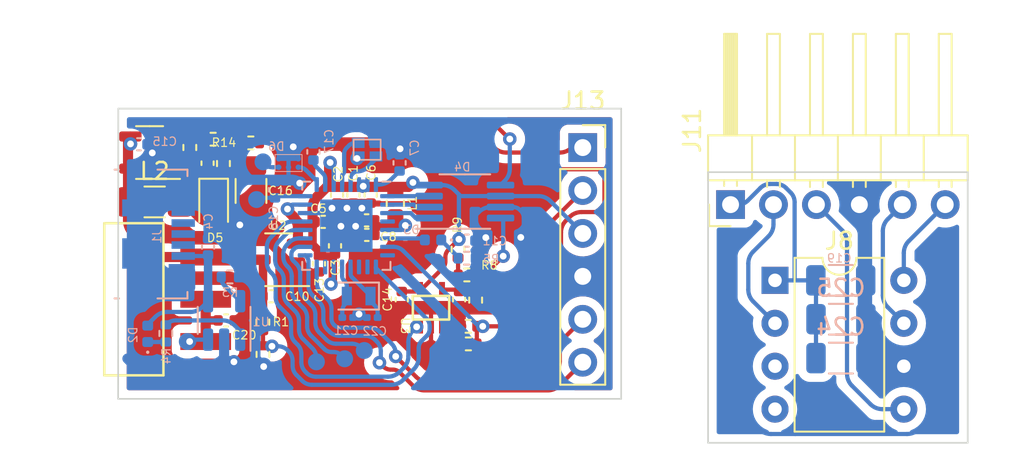
<source format=kicad_pcb>
(kicad_pcb (version 20211014) (generator pcbnew)
  (layers (0 "F.Cu" signal) (31 "B.Cu" signal) (34 "B.Paste" user) (35 "F.Paste" user) (36 "B.SilkS" user "B.Silkscreen") (37 "F.SilkS" user "F.Silkscreen") (38 "B.Mask" user) (39 "F.Mask" user) (44 "Edge.Cuts" user))
  (net 0 "")
  (net 1 "+SiPM")
  (net 2 "+BATT")
  (net 3 "+2V8")
  (net 4 "Net-(C4-Pad1)")
  (net 5 "Net-(C23-Pad1)")
  (net 6 "Net-(D3-Pad1)")
  (net 7 "Net-(C12-Pad1)")
  (net 8 "Net-(C16-Pad2)")
  (net 9 "Net-(C9-Pad2)")
  (net 12 "-SiPM")
  (net 13 "Sync")
  (net 14 "Net-(C21-Pad1)")
  (net 16 "LED")
  (net 17 "Net-(D1-Pad28)")
  (net 18 "Net-(D1-Pad29)")
  (net 19 "Net-(D2-Pad1)")
  (net 20 "Net-(R4-Pad2)")
  (net 21 "A_CS")
  (net 22 "A_SCK")
  (net 23 "A_SDI")
  (net 24 "cmpAdj")
  (net 28 "Net-(R3-Pad1)")
  (net 29 "Net-(R7-Pad1)")
  (net 30 "GND")
  (net 31 "Net-(D1-Pad25)")
  (net 32 "/TxD")
  (net 33 "/B+")
  (net 34 "Net-(D6-PadA3)")
  (net 35 "HVAdj")
  (net 36 "batLev")
  (net 38 "Net-(D5-Pad2)")
  (net 39 "Net-(C22-Pad1)")
  (net 40 "Net-(C7-Pad1)")
  (net 41 "Net-(C17-Pad1)")
  (net 42 "Net-(C18-Pad2)")
  (net 43 "/swd")
  (net 45 "/swc")
  (net 48 "SDA")
  (net 49 "SCL")
  (net 50 "+SiPM2")
  (net 51 "-SiPM2")
  (net 52 "VAA")
  (net 53 "GND2")
  (net 54 "SDA2")
  (net 55 "SCL2")
  (footprint "Capacitor_SMD:C_0402_1005Metric" (layer "F.Cu") (at 74.96 41.25 -90)
    (fp_text reference "C2")
    (fp_text value "22u")
  )
  (footprint "Resistor_SMD:R_0402_1005Metric" (layer "F.Cu") (at 70.57 48.77 -90)
    (fp_text reference "R1")
    (fp_text value "510k")
  )
  (footprint "Capacitor_SMD:C_0402_1005Metric" (layer "F.Cu") (at 68.4 48.67)
    (fp_text reference "C20")
    (fp_text value "22u")
  )
  (footprint "Capacitor_SMD:C_0402_1005Metric" (layer "F.Cu") (at 76.72 43.61 180)
    (fp_text reference "C8")
    (fp_text value "22u")
  )
  (footprint "Connector_PinSocket_2.54mm:PinSocket_1x06_P2.54mm_Vertical" (layer "F.Cu") (at 89.495 38.445)
    (fp_text reference "J13")
    (fp_text value "Conn_01x06_Female")
  )
  (footprint "Package_TO_SOT_SMD:SOT-23-3" (layer "F.Cu") (at 71.51 45.08 180)
    (fp_text reference "U2")
    (fp_text value "MCP1700")
  )
  (footprint "My-library:TLV320x-SC70" (layer "F.Cu") (at 80.52 47.92)
    (fp_text reference "U3")
    (fp_text value "TLV3201AIDCK")
  )
  (footprint "Resistor_SMD:R_0402_1005Metric" (layer "F.Cu") (at 70.58 50.68 -90)
    (fp_text reference "R2" hide)
    (fp_text value "1M")
  )
  (footprint "Resistor_SMD:R_0402_1005Metric" (layer "F.Cu") (at 82.73 50.06)
    (fp_text reference "R7" hide)
    (fp_text value "10k")
  )
  (footprint "Capacitor_SMD:C_0402_1005Metric" (layer "F.Cu") (at 76.95 41.25 -90)
    (fp_text reference "C6")
    (fp_text value "22u")
  )
  (footprint "Capacitor_SMD:C_0402_1005Metric" (layer "F.Cu") (at 73.89 45.32 -90)
    (fp_text reference "C13")
    (fp_text value "22u")
  )
  (footprint "Resistor_SMD:R_0402_1005Metric" (layer "F.Cu") (at 69.86 38.17)
    (fp_text reference "R14")
    (fp_text value "100")
  )
  (footprint "Capacitor_SMD:C_0402_1005Metric" (layer "F.Cu") (at 75.93 41.25 -90)
    (fp_text reference "C1")
    (fp_text value "22u")
  )
  (footprint "Capacitor_SMD:C_0402_1005Metric" (layer "F.Cu") (at 76.71 42.75 180)
    (fp_text reference "C23" hide)
    (fp_text value "22u")
  )
  (footprint "Connector_PinHeader_2.54mm:PinHeader_1x06_P2.54mm_Horizontal" (layer "F.Cu") (at 98.24 41.82 90)
    (fp_text reference "J11")
    (fp_text value "Conn_01x06_Female")
  )
  (footprint "Resistor_SMD:R_0402_1005Metric" (layer "F.Cu") (at 82.64 45.98 180)
    (fp_text reference "R8")
    (fp_text value "10M")
  )
  (footprint "Resistor_SMD:R_0402_1005Metric" (layer "F.Cu") (at 66.25 38.44 -90)
    (fp_text reference "R15" hide)
    (fp_text value "4.3M")
  )
  (footprint "Resistor_SMD:R_0402_1005Metric" (layer "F.Cu") (at 83.16 47.47 -90)
    (fp_text reference "R10" hide)
    (fp_text value "75k")
  )
  (footprint "Inductor_SMD:L_0603_1608Metric" (layer "F.Cu") (at 78.41 41.74 -90)
    (fp_text reference "L1")
    (fp_text value "10uH")
  )
  (footprint "Capacitor_SMD:C_0402_1005Metric" (layer "F.Cu") (at 74.14 42.84)
    (fp_text reference "C5")
    (fp_text value "22u")
  )
  (footprint "Capacitor_SMD:C_0402_1005Metric" (layer "F.Cu") (at 78.79 47.44 -90)
    (fp_text reference "C14")
    (fp_text value "22u")
  )
  (footprint "Capacitor_SMD:C_0402_1005Metric" (layer "F.Cu") (at 67.3 39.37 90)
    (fp_text reference "C9" hide)
    (fp_text value "1.5p")
  )
  (footprint "Diode_SMD:D_SOD-323" (layer "F.Cu") (at 67.66 41.79 -90)
    (fp_text reference "D5")
    (fp_text value "BAT46JFILM")
  )
  (footprint "Capacitor_SMD:C_0402_1005Metric" (layer "F.Cu") (at 71.06 47.24)
    (fp_text reference "C10")
    (fp_text value "22u")
  )
  (footprint "Resistor_SMD:R_0402_1005Metric" (layer "F.Cu") (at 67.63 37.95)
    (fp_text reference "R13" hide)
    (fp_text value "100M")
  )
  (footprint "Resistor_SMD:R_0402_1005Metric" (layer "F.Cu") (at 82.72 49.02 180)
    (fp_text reference "R6" hide)
    (fp_text value "510")
  )
  (footprint "Capacitor_SMD:C_0402_1005Metric" (layer "F.Cu") (at 74.84 44.26 90)
    (fp_text reference "C3")
    (fp_text value "22u")
  )
  (footprint "Capacitor_SMD:C_0402_1005Metric" (layer "F.Cu") (at 82.18 47.44 -90)
    (fp_text reference "C12" hide)
    (fp_text value "10n")
  )
  (footprint "Package_TO_SOT_SMD:SOT-23-5" (layer "F.Cu") (at 63.87 38.74 180)
    (fp_text reference "U4" hide)
    (fp_text value "AP3015KTR")
  )
  (footprint "Inductor_SMD:L_1206_3216Metric_Pad1.42x1.75mm_HandSolder" (layer "F.Cu") (at 64.17 41.66)
    (fp_text reference "L2")
    (fp_text value "22uH LQH31CN220K03L")
  )
  (footprint "Resistor_SMD:R_0402_1005Metric" (layer "F.Cu") (at 68.24 39.39 90)
    (fp_text reference "R16" hide)
    (fp_text value "100M")
  )
  (footprint "Resistor_SMD:R_0402_1005Metric" (layer "F.Cu") (at 82.12 44.46 -90)
    (fp_text reference "R9")
    (fp_text value "10M")
  )
  (footprint "Package_DIP:DIP-8_W7.62mm" (layer "F.Cu") (at 100.87 46.3)
    (fp_text reference "J8")
    (fp_text value "Conn_01x08_Female")
  )
  (footprint "lib:MySwithc" (layer "F.Cu") (at 65.69 47.42)
    (fp_text reference "SW1" hide)
    (fp_text value "SW_DPDT_x2")
  )
  (footprint "Capacitor_SMD:C_1206_3216Metric" (layer "F.Cu") (at 69.87 41.01 90)
    (fp_text reference "C16")
    (fp_text value "22u C3216X5R1V226MTJ00E")
  )
  (footprint "lib:conn_mini" (layer "B.Cu") (at 75.41 50.94 180)
    (fp_text reference "J4" hide)
    (fp_text value "Conn")
  )
  (footprint "Package_SO:MSOP-8_3x3mm_P0.65mm" (layer "B.Cu") (at 82.52 41.64)
    (fp_text reference "D4")
    (fp_text value "LTC1662CMS8")
  )
  (footprint "Resistor_SMD:R_0402_1005Metric" (layer "B.Cu") (at 82.63 44.99)
    (fp_text reference "R5")
    (fp_text value "1k")
  )
  (footprint "Capacitor_SMD:C_1206_3216Metric" (layer "B.Cu") (at 104.76 46.3 180)
    (fp_text reference "C19")
    (fp_text value "22u C3216X5R1V226MTJ00E")
  )
  (footprint "Capacitor_SMD:C_0402_1005Metric" (layer "B.Cu") (at 67.33 44.32 90)
    (fp_text reference "C4")
    (fp_text value "22u")
  )
  (footprint "Package_TO_SOT_SMD:SOT-23-5" (layer "B.Cu") (at 68.28 48.67 90)
    (fp_text reference "U1")
    (fp_text value "MCP73831")
  )
  (footprint "Capacitor_SMD:C_0402_1005Metric" (layer "B.Cu") (at 71.29 40.94 -90)
    (fp_text reference "C18")
    (fp_text value "10n")
  )
  (footprint "Capacitor_SMD:C_1206_3216Metric" (layer "B.Cu") (at 104.77 48.6 180)
    (fp_text reference "C25")
    (fp_text value "22u C3216X5R1V226MTJ00E")
  )
  (footprint "Resistor_SMD:R_0402_1005Metric" (layer "B.Cu") (at 64.83 49.44 90)
    (fp_text reference "R4")
    (fp_text value "220")
  )
  (footprint "lib:conn_mini" (layer "B.Cu") (at 83.63 46.66 180)
    (fp_text reference "J3" hide)
    (fp_text value "Conn")
  )
  (footprint "Capacitor_SMD:C_0402_1005Metric" (layer "B.Cu") (at 63.24 38.25 180)
    (fp_text reference "C15")
    (fp_text value "22u")
  )
  (footprint "Connector_USB:USB_Micro-B_Molex_47346-0001" (layer "B.Cu") (at 64.4 43.56 90)
    (fp_text reference "J1")
    (fp_text value "USB_B_Micro")
  )
  (footprint "My-library:C_0201_0603Metric" (layer "B.Cu") (at 77.04 48.5 180)
    (fp_text reference "C22")
    (fp_text value "10p")
  )
  (footprint "Capacitor_SMD:C_0402_1005Metric" (layer "B.Cu") (at 78.66 39.35 90)
    (fp_text reference "C7")
    (fp_text value "4.7u")
  )
  (footprint "Capacitor_SMD:C_0402_1005Metric" (layer "B.Cu") (at 73.56 38.7 90)
    (fp_text reference "C17")
    (fp_text value "4.7u")
  )
  (footprint "lib:conn_mini" (layer "B.Cu") (at 69.2 43.01 180)
    (fp_text reference "J10" hide)
    (fp_text value "Conn")
  )
  (footprint "lib:conn_mini" (layer "B.Cu") (at 76.57 50.45 180)
    (fp_text reference "J5" hide)
    (fp_text value "Conn")
  )
  (footprint "lib:conn_mini" (layer "B.Cu") (at 73.74 51.12 180)
    (fp_text reference "J9" hide)
    (fp_text value "Conn")
  )
  (footprint "Capacitor_SMD:C_1206_3216Metric" (layer "B.Cu") (at 104.77 50.9 180)
    (fp_text reference "C24")
    (fp_text value "22u C3216X5R1V226MTJ00E")
  )
  (footprint "LED_SMD:LED_0402_1005Metric" (layer "B.Cu") (at 80.64 43.91 180)
    (fp_text reference "D3")
    (fp_text value "Green")
  )
  (footprint "lib:conn_mini" (layer "B.Cu") (at 70.58 39.29 180)
    (fp_text reference "J12" hide)
    (fp_text value "BTAnt")
  )
  (footprint "My-library:NX1612SA" (layer "B.Cu") (at 76.74 38.57 180)
    (fp_text reference "Y1" hide)
    (fp_text value "NX1612SA-32MHz")
  )
  (footprint "lib:conn_mini" (layer "B.Cu") (at 70.2 41.52 180)
    (fp_text reference "J2" hide)
    (fp_text value "Conn")
  )
  (footprint "lib:conn_mini" (layer "B.Cu") (at 66.1 49.92 180)
    (fp_text reference "J6" hide)
    (fp_text value "Conn")
  )
  (footprint "Capacitor_SMD:C_0402_1005Metric" (layer "B.Cu") (at 82.64 43.95)
    (fp_text reference "C11")
    (fp_text value "22u")
  )
  (footprint "Package_DFN_QFN:QFN-32-1EP_5x5mm_P0.5mm_EP3.1x3.1mm" (layer "B.Cu") (at 75.51 43.07 180)
    (fp_text reference "D1" hide)
    (fp_text value "STM32WBA54KGUx")
  )
  (footprint "lib:conn_mini" (layer "B.Cu") (at 70.61 51.37 180)
    (fp_text reference "J7" hide)
    (fp_text value "Conn")
  )
  (footprint "LED_SMD:LED_0402_1005Metric" (layer "B.Cu") (at 63.76 49.4625 90)
    (fp_text reference "D2")
    (fp_text value "Red")
  )
  (footprint "Resistor_SMD:R_0402_1005Metric" (layer "B.Cu") (at 68.62 46.1)
    (fp_text reference "R3")
    (fp_text value "10k")
  )
  (footprint "My-library:MLPF-WB-04D3" (layer "B.Cu") (at 72.09 39.36 90)
    (fp_text reference "D6")
    (fp_text value "MLPF-WB-04D3")
  )
  (footprint "My-library:Crystal_SMD_2012-2Pin_2.0x1.2mm" (layer "B.Cu") (at 76.24 47.23 180)
    (fp_text reference "Y2" hide)
    (fp_text value "NX1610-32.768")
  )
  (footprint "My-library:C_0201_0603Metric" (layer "B.Cu") (at 75.59 48.5)
    (fp_text reference "C21")
    (fp_text value "10p")
  )
  (gr_line (start 112.27 39.9) (end 112.27 55.91) (layer "Edge.Cuts") (width 0.1))
  (gr_line (start 62.01 53.31) (end 62.02 36.14) (layer "Edge.Cuts") (width 0.1))
  (gr_line (start 91.77 36.14) (end 91.77 53.31) (layer "Edge.Cuts") (width 0.1))
  (gr_line (start 62.02 36.14) (end 91.77 36.14) (layer "Edge.Cuts") (width 0.1))
  (gr_line (start 96.91 55.91) (end 96.91 39.9) (layer "Edge.Cuts") (width 0.1))
  (gr_line (start 91.77 53.31) (end 62.01 53.31) (layer "Edge.Cuts") (width 0.1))
  (gr_line (start 112.27 55.91) (end 96.91 55.91) (layer "Edge.Cuts") (width 0.1))
  (gr_line (start 96.91 39.9) (end 112.27 39.9) (layer "Edge.Cuts") (width 0.1))
  (segment (start 83.412893 37.602893) (end 84.257107 38.447107) (width 0.25) (layer "F.Cu") (net 1))
  (segment (start 88.845 38.445) (end 89.495 38.445) (width 0.25) (layer "F.Cu") (net 1))
  (segment (start 88.842893 38.447107) (end 88.845 38.445) (width 0.25) (layer "F.Cu") (net 1))
  (segment (start 70.37 38.17) (end 70.937107 37.602893) (width 0.25) (layer "F.Cu") (net 1))
  (segment (start 71.644214 37.31) (end 82.705786 37.31) (width 0.25) (layer "F.Cu") (net 1))
  (segment (start 84.964214 38.74) (end 88.135786 38.74) (width 0.25) (layer "F.Cu") (net 1))
  (arc (start 70.937107 37.602893) (mid 71.26153 37.38612) (end 71.644214 37.31) (width 0.25) (layer "F.Cu") (net 1))
  (arc (start 83.412893 37.602893) (mid 83.08847 37.38612) (end 82.705786 37.31) (width 0.25) (layer "F.Cu") (net 1))
  (arc (start 88.842893 38.447107) (mid 88.51847 38.66388) (end 88.135786 38.74) (width 0.25) (layer "F.Cu") (net 1))
  (arc (start 84.257107 38.447107) (mid 84.58153 38.66388) (end 84.964214 38.74) (width 0.25) (layer "F.Cu") (net 1))
  (segment (start 64.057107 44.627107) (end 62.887893 43.457893) (width 0.6) (layer "F.Cu") (net 2))
  (segment (start 70.58 45.2875) (end 70.3725 45.08) (width 0.25) (layer "F.Cu") (net 2))
  (segment (start 70.5725 45.08) (end 68.54 45.08) (width 0.6) (layer "F.Cu") (net 2))
  (segment (start 62.595 41.66) (end 62.595 37.9275) (width 0.6) (layer "F.Cu") (net 2))
  (segment (start 70.58 48.25) (end 70.57 48.26) (width 0.5) (layer "F.Cu") (net 2))
  (segment (start 70.58 47.24) (end 70.58 48.25) (width 0.5) (layer "F.Cu") (net 2))
  (segment (start 67.19 44.92) (end 64.764214 44.92) (width 0.6) (layer "F.Cu") (net 2))
  (segment (start 70.58 47.24) (end 70.58 45.2875) (width 0.5) (layer "F.Cu") (net 2))
  (segment (start 68.54 45.08) (end 68.36 44.9) (width 0.25) (layer "F.Cu") (net 2))
  (segment (start 62.595 37.9275) (end 62.7325 37.79) (width 0.6) (layer "F.Cu") (net 2))
  (segment (start 62.595 42.750786) (end 62.595 41.66) (width 0.6) (layer "F.Cu") (net 2))
  (segment (start 62.7425 37.85) (end 62.7425 38.2275) (width 0.6) (layer "F.Cu") (net 2))
  (via (at 62.7425 38.2275) (size 0.8) (drill 0.4) (layers "F.Cu" "B.Cu") (net 2))
  (arc (start 64.764214 44.92) (mid 64.381531 44.84388) (end 64.057107 44.627107) (width 0.6) (layer "F.Cu") (net 2))
  (arc (start 62.595 42.750786) (mid 62.67112 43.133469) (end 62.887893 43.457893) (width 0.6) (layer "F.Cu") (net 2))
  (segment (start 82.09 43.95) (end 81.545736 44.494264) (width 0.25) (layer "F.Cu") (net 3))
  (segment (start 75.93 40.77) (end 74.36 40.77) (width 0.6) (layer "F.Cu") (net 3))
  (segment (start 79.97 46.82) (end 79.87 46.82) (width 0.25) (layer "F.Cu") (net 3))
  (segment (start 73.49 43.04) (end 73.51 43.06) (width 0.6) (layer "F.Cu") (net 3))
  (segment (start 76.92 40.77) (end 76.96 40.73) (width 0.25) (layer "F.Cu") (net 3))
  (segment (start 76.95 40.77) (end 79.19 40.77) (width 0.6) (layer "F.Cu") (net 3))
  (segment (start 74.645685 46.474315) (end 74.6 46.52) (width 0.6) (layer "F.Cu") (net 3))
  (segment (start 73.51 43.06) (end 73.51 44.19) (width 0.5) (layer "F.Cu") (net 3))
  (segment (start 73.51 44.19) (end 74.21 44.89) (width 0.5) (layer "F.Cu") (net 3))
  (segment (start 78.79 46.96) (end 79.72 46.96) (width 0.25) (layer "F.Cu") (net 3))
  (segment (start 73.51 44.19) (end 72.7075 44.19) (width 0.5) (layer "F.Cu") (net 3))
  (segment (start 79.72 46.96) (end 79.83 46.85) (width 0.25) (layer "F.Cu") (net 3))
  (segment (start 74.49 40.64) (end 74.36 40.77) (width 0.6) (layer "F.Cu") (net 3))
  (segment (start 82.22 43.92) (end 82.17 43.87) (width 0.25) (layer "F.Cu") (net 3))
  (segment (start 79.19 40.77) (end 79.45 40.51) (width 0.6) (layer "F.Cu") (net 3))
  (segment (start 75.93 40.77) (end 76.92 40.77) (width 0.6) (layer "F.Cu") (net 3))
  (segment (start 82.12 43.95) (end 82.09 43.95) (width 0.25) (layer "F.Cu") (net 3))
  (segment (start 72.6475 44.13) (end 72.6475 43.211714) (width 0.6) (layer "F.Cu") (net 3))
  (segment (start 73.51 42.034214) (end 73.51 43.06) (width 0.6) (layer "F.Cu") (net 3))
  (segment (start 72.354607 42.504607) (end 72 42.15) (width 0.6) (layer "F.Cu") (net 3))
  (segment (start 72.6475 44.13) (end 73.035786 44.13) (width 0.6) (layer "F.Cu") (net 3))
  (segment (start 74.36 40.77) (end 73.802893 41.327107) (width 0.6) (layer "F.Cu") (net 3))
  (segment (start 74.49 39.29) (end 74.49 40.64) (width 0.6) (layer "F.Cu") (net 3))
  (segment (start 81.37 44.918528) (end 81.37 45.171472) (width 0.25) (layer "F.Cu") (net 3))
  (segment (start 72.617107 42.767107) (end 72.354607 42.504607) (width 0.5) (layer "F.Cu") (net 3))
  (segment (start 73.51 43.06) (end 73.324214 43.06) (width 0.5) (layer "F.Cu") (net 3))
  (segment (start 74.21 44.89) (end 74.71 44.89) (width 0.5) (layer "F.Cu") (net 3))
  (segment (start 74.71 46.41) (end 74.6 46.52) (width 0.5) (layer "F.Cu") (net 3))
  (segment (start 74.71 44.89) (end 74.71 46.41) (width 0.5) (layer "F.Cu") (net 3))
  (segment (start 72.7075 44.19) (end 72.6475 44.13) (width 0.5) (layer "F.Cu") (net 3))
  (segment (start 81.194264 45.595736) (end 79.97 46.82) (width 0.25) (layer "F.Cu") (net 3))
  (via (at 74.55 39.33) (size 0.8) (drill 0.4) (layers "F.Cu" "B.Cu") (net 3))
  (via (at 74.6 46.52) (size 0.8) (drill 0.4) (layers "F.Cu" "B.Cu") (net 3))
  (via (at 82.17 43.87) (size 0.8) (drill 0.4) (layers "F.Cu" "B.Cu") (net 3))
  (via (at 79.45 40.51) (size 0.8) (drill 0.4) (layers "F.Cu" "B.Cu") (net 3))
  (via (at 72.03 42.08) (size 0.8) (drill 0.4) (layers "F.Cu" "B.Cu") (net 3))
  (via (at 76.51 40.73) (size 0.8) (drill 0.4) (layers "F.Cu" "B.Cu") (net 3))
  (arc (start 73.802893 41.327107) (mid 73.58612 41.65153) (end 73.51 42.034214) (width 0.6) (layer "F.Cu") (net 3))
  (arc (start 73.324214 43.06) (mid 72.941531 42.98388) (end 72.617107 42.767107) (width 0.5) (layer "F.Cu") (net 3))
  (arc (start 81.194264 45.595736) (mid 81.324328 45.401082) (end 81.37 45.171472) (width 0.25) (layer "F.Cu") (net 3))
  (arc (start 81.545736 44.494264) (mid 81.415672 44.688918) (end 81.37 44.918528) (width 0.25) (layer "F.Cu") (net 3))
  (arc (start 72.354607 42.504607) (mid 72.57138 42.82903) (end 72.6475 43.211714) (width 0.6) (layer "F.Cu") (net 3))
  (segment (start 74.76 40.6325) (end 74.76 39.891371) (width 0.25) (layer "B.Cu") (net 3))
  (segment (start 80.4075 40.665) (end 81.200786 40.665) (width 0.25) (layer "B.Cu") (net 3))
  (segment (start 72.33 41.82) (end 72 42.15) (width 0.25) (layer "B.Cu") (net 3))
  (segment (start 84.6325 41.315) (end 82.265 41.315) (width 0.25) (layer "B.Cu") (net 3))
  (segment (start 73.0725 41.82) (end 72.33 41.82) (width 0.25) (layer "B.Cu") (net 3))
  (segment (start 87.577893 41.607893) (end 89.495 43.525) (width 0.25) (layer "B.Cu") (net 3))
  (segment (start 74.76 45.5075) (end 74.76 46.36) (width 0.25) (layer "B.Cu") (net 3))
  (segment (start 81.907893 40.957893) (end 82.17 41.22) (width 0.25) (layer "B.Cu") (net 3))
  (segment (start 82.17 41.22) (end 82.17 43.87) (width 0.25) (layer "B.Cu") (net 3))
  (segment (start 82.265 41.315) (end 82.17 41.22) (width 0.25) (layer "B.Cu") (net 3))
  (segment (start 74.76 46.36) (end 74.6 46.52) (width 0.25) (layer "B.Cu") (net 3))
  (segment (start 74.525685 39.325685) (end 74.49 39.29) (width 0.25) (layer "B.Cu") (net 3))
  (segment (start 76.26 40.6325) (end 76.5075 40.6325) (width 0.25) (layer "B.Cu") (net 3))
  (segment (start 76.5075 40.6325) (end 76.76 40.6325) (width 0.25) (layer "B.Cu") (net 3))
  (segment (start 84.6325 41.315) (end 86.870786 41.315) (width 0.25) (layer "B.Cu") (net 3))
  (arc (start 74.525685 39.325685) (mid 74.699104 39.585224) (end 74.76 39.891371) (width 0.25) (layer "B.Cu") (net 3))
  (arc (start 87.577893 41.607893) (mid 87.25347 41.39112) (end 86.870786 41.315) (width 0.25) (layer "B.Cu") (net 3))
  (arc (start 81.200786 40.665) (mid 81.583469 40.74112) (end 81.907893 40.957893) (width 0.25) (layer "B.Cu") (net 3))
  (segment (start 66.985393 47.877107) (end 67.33 47.5325) (width 0.25) (layer "B.Cu") (net 4))
  (segment (start 63.76 48.91) (end 64.207107 48.462893) (width 0.25) (layer "B.Cu") (net 4))
  (segment (start 65.86 44.86) (end 67.27 44.86) (width 0.25) (layer "B.Cu") (net 4))
  (segment (start 63.76 48.9775) (end 63.76 48.91) (width 0.25) (layer "B.Cu") (net 4))
  (segment (start 64.914214 48.17) (end 66.278286 48.17) (width 0.25) (layer "B.Cu") (net 4))
  (segment (start 67.33 44.8) (end 67.33 47.5325) (width 0.5) (layer "B.Cu") (net 4))
  (arc (start 64.207107 48.462893) (mid 64.53153 48.24612) (end 64.914214 48.17) (width 0.25) (layer "B.Cu") (net 4))
  (arc (start 66.985393 47.877107) (mid 66.66097 48.09388) (end 66.278286 48.17) (width 0.25) (layer "B.Cu") (net 4))
  (segment (start 78.46 43.11) (end 78.93 43.11) (width 0.5) (layer "F.Cu") (net 5))
  (segment (start 77.19 42.75) (end 77.19 43.11) (width 0.5) (layer "F.Cu") (net 5))
  (segment (start 78.16 43.11) (end 78.46 43.11) (width 0.5) (layer "F.Cu") (net 5))
  (segment (start 77.19 43.6) (end 77.2 43.61) (width 0.25) (layer "F.Cu") (net 5))
  (segment (start 78.46 43.11) (end 78.46 42.5575) (width 0.5) (layer "F.Cu") (net 5))
  (segment (start 77.19 43.11) (end 77.19 43.6) (width 0.5) (layer "F.Cu") (net 5))
  (segment (start 78.46 42.5575) (end 78.45 42.5475) (width 0.5) (layer "F.Cu") (net 5))
  (segment (start 77.19 43.11) (end 78.16 43.11) (width 0.5) (layer "F.Cu") (net 5))
  (via (at 79 43.05) (size 0.8) (drill 0.4) (layers "F.Cu" "B.Cu") (net 5))
  (segment (start 77.9475 43.32) (end 78.76 43.32) (width 0.25) (layer "B.Cu") (net 5))
  (segment (start 78.76 43.32) (end 78.97 43.11) (width 0.25) (layer "B.Cu") (net 5))
  (segment (start 81.125 43.91) (end 81.125 43.925) (width 0.25) (layer "B.Cu") (net 6))
  (segment (start 81.125 43.925) (end 82.22 45.02) (width 0.25) (layer "B.Cu") (net 6))
  (segment (start 82.12 45.97) (end 82.13 45.98) (width 0.25) (layer "F.Cu") (net 7))
  (segment (start 82.13 46.91) (end 82.18 46.96) (width 0.25) (layer "F.Cu") (net 7))
  (segment (start 82.12 44.97) (end 82.12 45.97) (width 0.25) (layer "F.Cu") (net 7))
  (segment (start 83.05 46.85) (end 83.16 46.96) (width 0.25) (layer "F.Cu") (net 7))
  (segment (start 82.13 45.98) (end 82.13 46.91) (width 0.25) (layer "F.Cu") (net 7))
  (segment (start 81.13 46.85) (end 83.05 46.85) (width 0.25) (layer "F.Cu") (net 7))
  (segment (start 69.675 39.91) (end 70.05 39.535) (width 0.25) (layer "F.Cu") (net 8))
  (segment (start 70.05 39.535) (end 69.127893 40.457107) (width 0.4) (layer "F.Cu") (net 8))
  (segment (start 68.36 39.91) (end 69.675 39.91) (width 0.25) (layer "F.Cu") (net 8))
  (segment (start 68.420786 40.75) (end 67.66 40.75) (width 0.4) (layer "F.Cu") (net 8))
  (segment (start 69.35 39.015) (end 69.87 39.535) (width 0.25) (layer "F.Cu") (net 8))
  (segment (start 67.66 40.75) (end 67.65 40.76) (width 0.4) (layer "F.Cu") (net 8))
  (segment (start 68.36 39.91) (end 67.46 39.91) (width 0.25) (layer "F.Cu") (net 8))
  (segment (start 69.35 38.17) (end 69.35 39.015) (width 0.25) (layer "F.Cu") (net 8))
  (segment (start 67.46 39.91) (end 67.41 39.86) (width 0.25) (layer "F.Cu") (net 8))
  (arc (start 69.127893 40.457107) (mid 68.80347 40.67388) (end 68.420786 40.75) (width 0.4) (layer "F.Cu") (net 8))
  (segment (start 66.25 37.83) (end 66.29 37.79) (width 0.25) (layer "F.Cu") (net 9))
  (segment (start 67.12 37.95) (end 66.27 37.95) (width 0.25) (layer "F.Cu") (net 9))
  (segment (start 67.12 38.71) (end 67.3 38.89) (width 0.25) (layer "F.Cu") (net 9))
  (segment (start 66.27 37.95) (end 66.25 37.93) (width 0.25) (layer "F.Cu") (net 9))
  (segment (start 67.3 38.89) (end 68.23 38.89) (width 0.25) (layer "F.Cu") (net 9))
  (segment (start 68.23 38.89) (end 68.24 38.88) (width 0.25) (layer "F.Cu") (net 9))
  (segment (start 66.25 37.93) (end 66.25 37.83) (width 0.25) (layer "F.Cu") (net 9))
  (segment (start 67.12 37.95) (end 67.12 38.71) (width 0.25) (layer "F.Cu") (net 9))
  (segment (start 65.0075 37.79) (end 66.29 37.79) (width 0.25) (layer "F.Cu") (net 9))
  (segment (start 83.23 49.02) (end 83.23 50.05) (width 0.25) (layer "F.Cu") (net 12))
  (segment (start 83.23 50.05) (end 83.24 50.06) (width 0.25) (layer "F.Cu") (net 12))
  (segment (start 84.515786 49.02) (end 83.58 49.02) (width 0.25) (layer "F.Cu") (net 12))
  (segment (start 87.14 43.754214) (end 87.14 46.395786) (width 0.25) (layer "F.Cu") (net 12))
  (segment (start 89.495 40.985) (end 87.432893 43.047107) (width 0.25) (layer "F.Cu") (net 12))
  (segment (start 83.58 49.02) (end 83.23 49.02) (width 0.25) (layer "F.Cu") (net 12))
  (segment (start 86.847107 47.102893) (end 85.222893 48.727107) (width 0.25) (layer "F.Cu") (net 12))
  (via (at 83.58 49.02) (size 0.8) (drill 0.4) (layers "F.Cu" "B.Cu") (net 12))
  (arc (start 87.14 46.395786) (mid 87.06388 46.778469) (end 86.847107 47.102893) (width 0.25) (layer "F.Cu") (net 12))
  (arc (start 87.14 43.754214) (mid 87.21612 43.371531) (end 87.432893 43.047107) (width 0.25) (layer "F.Cu") (net 12))
  (arc (start 85.222893 48.727107) (mid 84.898469 48.94388) (end 84.515786 49.02) (width 0.25) (layer "F.Cu") (net 12))
  (segment (start 78.874315 44.554315) (end 83.34 49.02) (width 0.25) (layer "B.Cu") (net 12))
  (segment (start 83.34 49.02) (end 83.58 49.02) (width 0.25) (layer "B.Cu") (net 12))
  (segment (start 77.9475 44.32) (end 78.308629 44.32) (width 0.25) (layer "B.Cu") (net 12))
  (arc (start 78.308629 44.32) (mid 78.614776 44.380897) (end 78.874315 44.554315) (width 0.25) (layer "B.Cu") (net 12))
  (via (at 79.67 49.05) (size 0.8) (drill 0.4) (layers "F.Cu" "B.Cu") (net 13))
  (segment (start 71.33 46.441371) (end 71.33 47.298629) (width 0.25) (layer "B.Cu") (net 13))
  (segment (start 72.85 50.661371) (end 72.85 51.138629) (width 0.25) (layer "B.Cu") (net 13))
  (segment (start 79.472893 49.247107) (end 79.67 49.05) (width 0.25) (layer "B.Cu") (net 13))
  (segment (start 78.672893 51.707107) (end 78.887107 51.492893) (width 0.25) (layer "B.Cu") (net 13))
  (segment (start 72.474315 49.954315) (end 72.615686 50.095686) (width 0.25) (layer "B.Cu") (net 13))
  (segment (start 72.24 48.871371) (end 72.24 49.388629) (width 0.25) (layer "B.Cu") (net 13))
  (segment (start 71.564315 47.864315) (end 72.005686 48.305686) (width 0.25) (layer "B.Cu") (net 13))
  (segment (start 73.0725 42.82) (end 72.311371 42.82) (width 0.25) (layer "B.Cu") (net 13))
  (segment (start 71.044315 45.824315) (end 71.095686 45.875686) (width 0.25) (layer "B.Cu") (net 13))
  (segment (start 73.711371 52) (end 77.965786 52) (width 0.25) (layer "B.Cu") (net 13))
  (segment (start 70.81 44.321371) (end 70.81 45.258629) (width 0.25) (layer "B.Cu") (net 13))
  (segment (start 79.18 50.785786) (end 79.18 49.954214) (width 0.25) (layer "B.Cu") (net 13))
  (segment (start 73.084315 51.704315) (end 73.145686 51.765686) (width 0.25) (layer "B.Cu") (net 13))
  (segment (start 71.745685 43.054315) (end 71.044314 43.755686) (width 0.25) (layer "B.Cu") (net 13))
  (arc (start 79.18 49.954214) (mid 79.25612 49.571531) (end 79.472893 49.247107) (width 0.25) (layer "B.Cu") (net 13))
  (arc (start 72.474315 49.954315) (mid 72.300896 49.694776) (end 72.24 49.388629) (width 0.25) (layer "B.Cu") (net 13))
  (arc (start 71.044315 45.824315) (mid 70.870896 45.564776) (end 70.81 45.258629) (width 0.25) (layer "B.Cu") (net 13))
  (arc (start 79.18 50.785786) (mid 79.10388 51.168469) (end 78.887107 51.492893) (width 0.25) (layer "B.Cu") (net 13))
  (arc (start 72.311371 42.82) (mid 72.005224 42.880897) (end 71.745685 43.054315) (width 0.25) (layer "B.Cu") (net 13))
  (arc (start 71.095686 45.875686) (mid 71.269104 46.135225) (end 71.33 46.441371) (width 0.25) (layer "B.Cu") (net 13))
  (arc (start 77.965786 52) (mid 78.348469 51.92388) (end 78.672893 51.707107) (width 0.25) (layer "B.Cu") (net 13))
  (arc (start 73.084315 51.704315) (mid 72.910896 51.444776) (end 72.85 51.138629) (width 0.25) (layer "B.Cu") (net 13))
  (arc (start 71.564315 47.864315) (mid 71.390896 47.604776) (end 71.33 47.298629) (width 0.25) (layer "B.Cu") (net 13))
  (arc (start 72.005686 48.305686) (mid 72.179104 48.565225) (end 72.24 48.871371) (width 0.25) (layer "B.Cu") (net 13))
  (arc (start 72.85 50.661371) (mid 72.789104 50.355225) (end 72.615686 50.095686) (width 0.25) (layer "B.Cu") (net 13))
  (arc (start 73.145686 51.765686) (mid 73.405225 51.939104) (end 73.711371 52) (width 0.25) (layer "B.Cu") (net 13))
  (arc (start 70.81 44.321371) (mid 70.870896 44.015225) (end 71.044314 43.755686) (width 0.25) (layer "B.Cu") (net 13))
  (segment (start 75.377158 46.317158) (end 75.422843 46.362843) (width 0.25) (layer "B.Cu") (net 14))
  (segment (start 75.54 46.645685) (end 75.54 47.23) (width 0.25) (layer "B.Cu") (net 14))
  (segment (start 75.26 45.5075) (end 75.26 46.034315) (width 0.25) (layer "B.Cu") (net 14))
  (segment (start 75.445736 47.694264) (end 75.54 47.6) (width 0.25) (layer "B.Cu") (net 14))
  (segment (start 75.27 48.5) (end 75.27 48.118528) (width 0.25) (layer "B.Cu") (net 14))
  (segment (start 75.54 47.6) (end 75.54 47.23) (width 0.25) (layer "B.Cu") (net 14))
  (arc (start 75.445736 47.694264) (mid 75.315672 47.888918) (end 75.27 48.118528) (width 0.25) (layer "B.Cu") (net 14))
  (arc (start 75.422843 46.362843) (mid 75.509552 46.492612) (end 75.54 46.645685) (width 0.25) (layer "B.Cu") (net 14))
  (arc (start 75.377158 46.317158) (mid 75.290449 46.187389) (end 75.26 46.034315) (width 0.25) (layer "B.Cu") (net 14))
  (segment (start 77.9475 43.82) (end 80.065 43.82) (width 0.25) (layer "B.Cu") (net 16))
  (segment (start 80.065 43.82) (end 80.155 43.91) (width 0.25) (layer "B.Cu") (net 16))
  (segment (start 75.26 40.142843) (end 75.26 40.6325) (width 0.25) (layer "B.Cu") (net 17))
  (segment (start 75.38 38.817107) (end 75.38 39.857157) (width 0.25) (layer "B.Cu") (net 17))
  (segment (start 75.673553 38.316447) (end 75.526446 38.463554) (width 0.25) (layer "B.Cu") (net 17))
  (segment (start 75.321421 39.998579) (end 75.318578 40.001422) (width 0.25) (layer "B.Cu") (net 17))
  (segment (start 76.215 38.17) (end 76.027107 38.17) (width 0.25) (layer "B.Cu") (net 17))
  (arc (start 75.673553 38.316447) (mid 75.835765 38.20806) (end 76.027107 38.17) (width 0.25) (layer "B.Cu") (net 17))
  (arc (start 75.26 40.142843) (mid 75.275224 40.066307) (end 75.318578 40.001422) (width 0.25) (layer "B.Cu") (net 17))
  (arc (start 75.526446 38.463554) (mid 75.41806 38.625766) (end 75.38 38.817107) (width 0.25) (layer "B.Cu") (net 17))
  (arc (start 75.321421 39.998579) (mid 75.364776 39.933694) (end 75.38 39.857157) (width 0.25) (layer "B.Cu") (net 17))
  (segment (start 77.265 39.105) (end 77.265 38.97) (width 0.25) (layer "B.Cu") (net 18))
  (segment (start 75.877157 39.992843) (end 75.902842 39.967158) (width 0.25) (layer "B.Cu") (net 18))
  (segment (start 75.76 40.6325) (end 75.76 40.275685) (width 0.25) (layer "B.Cu") (net 18))
  (segment (start 76.754315 39.615685) (end 77.265 39.105) (width 0.25) (layer "B.Cu") (net 18))
  (segment (start 76.185685 39.85) (end 76.188629 39.85) (width 0.25) (layer "B.Cu") (net 18))
  (arc (start 76.188629 39.85) (mid 76.494776 39.789103) (end 76.754315 39.615685) (width 0.25) (layer "B.Cu") (net 18))
  (arc (start 75.76 40.275685) (mid 75.790448 40.122612) (end 75.877157 39.992843) (width 0.25) (layer "B.Cu") (net 18))
  (arc (start 75.902842 39.967158) (mid 76.032611 39.880449) (end 76.185685 39.85) (width 0.25) (layer "B.Cu") (net 18))
  (segment (start 63.76 49.9475) (end 64.8275 49.9475) (width 0.25) (layer "B.Cu") (net 19))
  (segment (start 64.8275 49.9475) (end 64.83 49.95) (width 0.25) (layer "B.Cu") (net 19))
  (segment (start 69.23 49.29) (end 69.23 49.8075) (width 0.25) (layer "B.Cu") (net 20))
  (segment (start 64.83 48.93) (end 64.855685 48.904315) (width 0.25) (layer "B.Cu") (net 20))
  (segment (start 68.902893 48.962893) (end 69.23 49.29) (width 0.25) (layer "B.Cu") (net 20))
  (segment (start 65.421371 48.67) (end 68.195786 48.67) (width 0.25) (layer "B.Cu") (net 20))
  (arc (start 64.855685 48.904315) (mid 65.115224 48.730896) (end 65.421371 48.67) (width 0.25) (layer "B.Cu") (net 20))
  (arc (start 68.902893 48.962893) (mid 68.57847 48.74612) (end 68.195786 48.67) (width 0.25) (layer "B.Cu") (net 20))
  (segment (start 79.32 42.32) (end 79.615 42.615) (width 0.25) (layer "B.Cu") (net 21))
  (segment (start 79.615 42.615) (end 80.4075 42.615) (width 0.25) (layer "B.Cu") (net 21))
  (segment (start 77.9475 42.32) (end 79.32 42.32) (width 0.25) (layer "B.Cu") (net 21))
  (segment (start 80.4075 41.965) (end 79.645 41.965) (width 0.25) (layer "B.Cu") (net 22))
  (segment (start 79.5 41.82) (end 77.9475 41.82) (width 0.25) (layer "B.Cu") (net 22))
  (segment (start 79.645 41.965) (end 79.5 41.82) (width 0.25) (layer "B.Cu") (net 22))
  (segment (start 77.9475 41.32) (end 80.4025 41.32) (width 0.25) (layer "B.Cu") (net 23))
  (segment (start 80.4025 41.32) (end 80.4075 41.315) (width 0.25) (layer "B.Cu") (net 23))
  (segment (start 83.15 45.98) (end 83.265786 45.98) (width 0.25) (layer "F.Cu") (net 24))
  (segment (start 83.972893 45.687107) (end 84.79 44.87) (width 0.25) (layer "F.Cu") (net 24))
  (via (at 84.79 44.87) (size 0.8) (drill 0.4) (layers "F.Cu" "B.Cu") (net 24))
  (arc (start 83.265786 45.98) (mid 83.648469 45.90388) (end 83.972893 45.687107) (width 0.25) (layer "F.Cu") (net 24))
  (segment (start 84.79 42.7725) (end 84.79 44.87) (width 0.25) (layer "B.Cu") (net 24))
  (segment (start 84.6325 42.615) (end 84.79 42.7725) (width 0.25) (layer "B.Cu") (net 24))
  (segment (start 68.11 46.1) (end 68.11 46.163972) (width 0.25) (layer "B.Cu") (net 28))
  (segment (start 68.285736 46.588236) (end 69.23 47.5325) (width 0.25) (layer "B.Cu") (net 28))
  (arc (start 68.11 46.163972) (mid 68.155672 46.393582) (end 68.285736 46.588236) (width 0.25) (layer "B.Cu") (net 28))
  (segment (start 81.18 49.02) (end 82.22 50.06) (width 0.25) (layer "F.Cu") (net 29))
  (segment (start 81.17 49.02) (end 81.18 49.02) (width 0.25) (layer "F.Cu") (net 29))
  (segment (start 80.52 47.94) (end 80.54 47.92) (width 0.25) (layer "F.Cu") (net 30))
  (segment (start 72.6475 46.03) (end 73.17 46.03) (width 0.25) (layer "F.Cu") (net 30))
  (segment (start 63.87 38.92) (end 63.87 40.045786) (width 0.5) (layer "F.Cu") (net 30))
  (segment (start 82.18 47.92) (end 84.4 47.92) (width 0.8) (layer "F.Cu") (net 30))
  (segment (start 66.335736 38.915736) (end 66.37 38.95) (width 0.5) (layer "F.Cu") (net 30))
  (segment (start 72.6475 46.1275) (end 72.6475 46.03) (width 0.6) (layer "F.Cu") (net 30))
  (segment (start 69.58 48.72) (end 69.58 50.9) (width 0.8) (layer "F.Cu") (net 30))
  (segment (start 77.32 47.92) (end 76.32 48.92) (width 0.8) (layer "F.Cu") (net 30))
  (segment (start 90.59 42.26) (end 90.78 42.07) (width 0.25) (layer "F.Cu") (net 30))
  (segment (start 71.735 44.845) (end 71.072893 44.182893) (width 0.5) (layer "F.Cu") (net 30))
  (segment (start 63.24 45.81) (end 63.6 46.17) (width 0.8) (layer "F.Cu") (net 30))
  (segment (start 64.03 38.76) (end 63.87 38.92) (width 0.5) (layer "F.Cu") (net 30))
  (segment (start 64.162893 40.752893) (end 64.17 40.76) (width 0.5) (layer "F.Cu") (net 30))
  (segment (start 89.495 46.065) (end 88.21 44.78) (width 0.25) (layer "F.Cu") (net 30))
  (segment (start 78.79 47.92) (end 77.91 47.92) (width 0.8) (layer "F.Cu") (net 30))
  (segment (start 72.47 45.58) (end 72.39 45.5) (width 0.25) (layer "F.Cu") (net 30))
  (segment (start 69.58 47.324214) (end 69.58 48.72) (width 0.8) (layer "F.Cu") (net 30))
  (segment (start 89.424214 42.26) (end 90.59 42.26) (width 0.25) (layer "F.Cu") (net 30))
  (segment (start 63.61 49.94) (end 64.807107 51.137107) (width 0.5) (layer "F.Cu") (net 30))
  (segment (start 77.955786 38.24) (end 72.91 38.24) (width 0.8) (layer "F.Cu") (net 30))
  (segment (start 72.6475 45.7575) (end 72.39 45.5) (width 0.5) (layer "F.Cu") (net 30))
  (segment (start 83.76 43.77) (end 81.73 41.74) (width 0.25) (layer "F.Cu") (net 30))
  (segment (start 90.78 39.81) (end 90.86 39.73) (width 0.25) (layer "F.Cu") (net 30))
  (segment (start 63.6 46.17) (end 68.425786 46.17) (width 0.8) (layer "F.Cu") (net 30))
  (segment (start 66.85 40.958528) (end 66.85 40.981472) (width 0.5) (layer "F.Cu") (net 30))
  (segment (start 76.96 41.74) (end 76.95 41.73) (width 0.25) (layer "F.Cu") (net 30))
  (segment (start 74.66 42.03) (end 74.66 42.02) (width 0.25) (layer "F.Cu") (net 30))
  (segment (start 78.6 38.47) (end 78.85 38.72) (width 0.25) (layer "F.Cu") (net 30))
  (segment (start 72.39 45.5) (end 71.735 44.845) (width 0.5) (layer "F.Cu") (net 30))
  (segment (start 80.52 49.02) (end 80.52 50.14) (width 0.25) (layer "F.Cu") (net 30))
  (segment (start 68.88 48.67) (end 69.53 48.67) (width 0.5) (layer "F.Cu") (net 30))
  (segment (start 69.53 48.67) (end 69.58 48.72) (width 0.25) (layer "F.Cu") (net 30))
  (segment (start 78.79 47.92) (end 80.54 47.92) (width 0.8) (layer "F.Cu") (net 30))
  (segment (start 76.21 41.9) (end 76.38 41.73) (width 0.25) (layer "F.Cu") (net 30))
  (segment (start 66.37 38.95) (end 66.37 39.981472) (width 0.5) (layer "F.Cu") (net 30))
  (segment (start 88.21 44.78) (end 88.21 43.474214) (width 0.25) (layer "F.Cu") (net 30))
  (segment (start 76.95 41.73) (end 76.38 41.73) (width 0.5) (layer "F.Cu") (net 30))
  (segment (start 90.86 39.73) (end 87.86 39.73) (width 0.25) (layer "F.Cu") (net 30))
  (segment (start 81.73 41.74) (end 76.96 41.74) (width 0.25) (layer "F.Cu") (net 30))
  (segment (start 66.545736 40.405736) (end 66.674264 40.534264) (width 0.5) (layer "F.Cu") (net 30))
  (segment (start 77.91 47.92) (end 77.91 48.77) (width 0.8) (layer "F.Cu") (net 30))
  (segment (start 64.03 38.76) (end 64.9875 38.76) (width 0.5) (layer "F.Cu") (net 30))
  (segment (start 71.66 47.61) (end 71.66 44.92) (width 0.7) (layer "F.Cu") (net 30))
  (segment (start 90.78 42.07) (end 90.78 39.81) (width 0.25) (layer "F.Cu") (net 30))
  (segment (start 67.781371 41.83) (end 69.395 41.83) (width 0.5) (layer "F.Cu") (net 30))
  (segment (start 80.52 49.02) (end 80.52 47.94) (width 0.25) (layer "F.Cu") (net 30))
  (segment (start 64.9875 38.76) (end 65.0075 38.74) (width 0.5) (layer "F.Cu") (net 30))
  (segment (start 72.53 38.24) (end 71.67 38.24) (width 0.8) (layer "F.Cu") (net 30))
  (segment (start 69.58 51.42) (end 69.57 51.43) (width 0.5) (layer "F.Cu") (net 30))
  (segment (start 65.0075 38.74) (end 65.911472 38.74) (width 0.5) (layer "F.Cu") (net 30))
  (segment (start 64.07 38.8) (end 64.03 38.76) (width 0.5) (layer "F.Cu") (net 30))
  (segment (start 72.91 38.24) (end 72.53 38.24) (width 0.8) (layer "F.Cu") (net 30))
  (segment (start 64.17 42.455786) (end 64.17 40.76) (width 0.8) (layer "F.Cu") (net 30))
  (segment (start 64.787107 43.487107) (end 64.462893 43.162893) (width 0.8) (layer "F.Cu") (net 30))
  (segment (start 76.21 43.18) (end 76.21 42.85) (width 0.5) (layer "F.Cu") (net 30))
  (segment (start 77.91 47.92) (end 77.32 47.92) (width 0.8) (layer "F.Cu") (net 30))
  (segment (start 71.66 44.92) (end 71.735 44.845) (width 0.25) (layer "F.Cu") (net 30))
  (segment (start 76.21 42.85) (end 76.21 41.9) (width 0.5) (layer "F.Cu") (net 30))
  (segment (start 69.62 43.78) (end 65.494214 43.78) (width 0.8) (layer "F.Cu") (net 30))
  (segment (start 65.514214 51.43) (end 69.57 51.43) (width 0.5) (layer "F.Cu") (net 30))
  (segment (start 88.502893 42.767107) (end 88.717107 42.552893) (width 0.25) (layer "F.Cu") (net 30))
  (segment (start 72.8075 45.87) (end 72.6475 46.03) (width 0.25) (layer "F.Cu") (net 30))
  (segment (start 76.22 43.19) (end 76.21 43.18) (width 0.5) (layer "F.Cu") (net 30))
  (segment (start 76.38 41.73) (end 74.96 41.73) (width 0.5) (layer "F.Cu") (net 30))
  (segment (start 67.025736 41.405736) (end 67.215686 41.595686) (width 0.5) (layer "F.Cu") (net 30))
  (segment (start 77.91 48.77) (end 79.82 50.68) (width 0.8) (layer "F.Cu") (net 30))
  (segment (start 80.54 47.92) (end 82.18 47.92) (width 0.8) (layer "F.Cu") (net 30))
  (segment (start 82.18 47.92) (end 82.18 48.99) (width 0.8) (layer "F.Cu") (net 30))
  (segment (start 70.365786 43.89) (end 69.76 43.89) (width 0.5) (layer "F.Cu") (net 30))
  (segment (start 72.6475 46.03) (end 72.6475 46.0375) (width 0.25) (layer "F.Cu") (net 30))
  (segment (start 69.62 43.78) (end 69.68 43.72) (width 0.5) (layer "F.Cu") (net 30))
  (segment (start 82.18 48.99) (end 82.21 49.02) (width 0.8) (layer "F.Cu") (net 30))
  (segment (start 69.395 41.83) (end 70.05 42.485) (width 0.5) (layer "F.Cu") (net 30))
  (segment (start 69.132893 46.462893) (end 69.287107 46.617107) (width 0.8) (layer "F.Cu") (net 30))
  (via (at 83.76 43.77) (size 0.8) (drill 0.4) (layers "F.Cu" "B.Cu") (net 30))
  (via (at 76.14 39.09) (size 0.8) (drill 0.4) (layers "F.Cu" "B.Cu") (net 30))
  (via (at 85.83 43.76) (size 0.8) (drill 0.4) (layers "F.Cu" "B.Cu") (net 30))
  (via (at 75.545 42.03) (size 0.8) (drill 0.4) (layers "F.Cu" "B.Cu") (net 30))
  (via (at 74.66 42.03) (size 0.8) (drill 0.4) (layers "F.Cu" "B.Cu") (net 30))
  (via (at 76.06 43.1) (size 0.8) (drill 0.4) (layers "F.Cu" "B.Cu") (net 30))
  (via (at 69.21 43.02) (size 0.8) (drill 0.4) (layers "F.Cu" "B.Cu") (net 30))
  (via (at 72.37 38.4) (size 0.8) (drill 0.4) (layers "F.Cu" "B.Cu") (net 30))
  (via (at 72.75 40.55) (size 0.8) (drill 0.4) (layers "F.Cu" "B.Cu") (net 30))
  (via (at 76.43 42.03) (size 0.8) (drill 0.4) (layers "F.Cu" "B.Cu") (net 30))
  (via (at 78.69 38.52) (size 0.8) (drill 0.4) (layers "F.Cu" "B.Cu") (net 30))
  (via (at 70.62 51.4) (size 0.8) (drill 0.4) (layers "F.Cu" "B.Cu") (net 30))
  (via (at 75.19 43.1) (size 0.8) (drill 0.4) (layers "F.Cu" "B.Cu") (net 30))
  (via (at 68.86 51.12) (size 0.8) (drill 0.4) (layers "F.Cu" "B.Cu") (net 30))
  (via (at 64.03 38.76) (size 0.8) (drill 0.4) (layers "F.Cu" "B.Cu") (net 30))
  (via (at 76.26 48.3) (size 0.8) (drill 0.4) (layers "F.Cu" "B.Cu") (net 30))
  (arc (start 66.545736 40.405736) (mid 66.415672 40.211082) (end 66.37 39.981472) (width 0.5) (layer "F.Cu") (net 30))
  (arc (start 88.717107 42.552893) (mid 89.041531 42.33612) (end 89.424214 42.26) (width 0.25) (layer "F.Cu") (net 30))
  (arc (start 65.911472 38.74) (mid 66.141082 38.785672) (end 66.335736 38.915736) (width 0.5) (layer "F.Cu") (net 30))
  (arc (start 66.85 40.958528) (mid 66.804328 40.728918) (end 66.674264 40.534264) (width 0.5) (layer "F.Cu") (net 30))
  (arc (start 64.807107 51.137107) (mid 65.131531 51.35388) (end 65.514214 51.43) (width 0.5) (layer "F.Cu") (net 30))
  (arc (start 64.17 42.455786) (mid 64.24612 42.838469) (end 64.462893 43.162893) (width 0.8) (layer "F.Cu") (net 30))
  (arc (start 71.072893 44.182893) (mid 70.74847 43.96612) (end 70.365786 43.89) (width 0.5) (layer "F.Cu") (net 30))
  (arc (start 66.85 40.981472) (mid 66.895672 41.211082) (end 67.025736 41.405736) (width 0.5) (layer "F.Cu") (net 30))
  (arc (start 67.215686 41.595686) (mid 67.475225 41.769104) (end 67.781371 41.83) (width 0.5) (layer "F.Cu") (net 30))
  (arc (start 65.494214 43.78) (mid 65.111531 43.70388) (end 64.787107 43.487107) (width 0.8) (layer "F.Cu") (net 30))
  (arc (start 88.21 43.474214) (mid 88.28612 43.09153) (end 88.502893 42.767107) (width 0.25) (layer "F.Cu") (net 30))
  (arc (start 78.662893 38.532893) (mid 78.33847 38.31612) (end 77.955786 38.24) (width 0.8) (layer "F.Cu") (net 30))
  (arc (start 69.58 47.324214) (mid 69.50388 46.941531) (end 69.287107 46.617107) (width 0.8) (layer "F.Cu") (net 30))
  (arc (start 69.132893 46.462893) (mid 68.80847 46.24612) (end 68.425786 46.17) (width 0.8) (layer "F.Cu") (net 30))
  (arc (start 63.87 40.045786) (mid 63.94612 40.428469) (end 64.162893 40.752893) (width 0.5) (layer "F.Cu") (net 30))
  (segment (start 62.927107 51.297107) (end 62.56 50.93) (width 0.6) (layer "B.Cu") (net 30))
  (segment (start 72.667 39.11) (end 72.667 38.623) (width 0.25) (layer "B.Cu") (net 30))
  (segment (start 68.28 49.8075) (end 68.28 51.47) (width 0.6) (layer "B.Cu") (net 30))
  (segment (start 85.790736 42.140736) (end 85.834264 42.184264) (width 0.25) (layer "B.Cu") (net 30))
  (segment (start 84.6325 41.965) (end 85.366472 41.965) (width 0.25) (layer "B.Cu") (net 30))
  (segment (start 70.13 51.13) (end 70.17 51.17) (width 0.25) (layer "B.Cu") (net 30))
  (segment (start 83.12 43.95) (end 83.12 42.49) (width 0.25) (layer "B.Cu") (net 30))
  (segment (start 72.667 39.11) (end 71.513 39.11) (width 0.25) (layer "B.Cu") (net 30))
  (segment (start 67.33 41.91) (end 66.4925 41.0725) (width 0.25) (layer "B.Cu") (net 30))
  (segment (start 68.91 51.17) (end 68.86 51.12) (width 0.4) (layer "B.Cu") (net 30))
  (segment (start 73.0725 42.32) (end 74.23 42.32) (width 0.25) (layer "B.Cu") (net 30))
  (segment (start 86.01 43.58) (end 85.83 43.76) (width 0.25) (layer "B.Cu") (net 30))
  (segment (start 70.13 47.094214) (end 70.13 51.13) (width 0.6) (layer "B.Cu") (net 30))
  (segment (start 71.513 39.11) (end 71.513 38.607) (width 0.25) (layer "B.Cu") (net 30))
  (segment (start 69.69 40.35) (end 72.301472 40.35) (width 0.6) (layer "B.Cu") (net 30))
  (segment (start 84.059214 41.965) (end 84.6325 41.965) (width 0.25) (layer "B.Cu") (net 30))
  (segment (start 86.01 42.608528) (end 86.01 43.58) (width 0.25) (layer "B.Cu") (net 30))
  (segment (start 74.23 42.32) (end 74.52 42.03) (width 0.25) (layer "B.Cu") (net 30))
  (segment (start 69.744214 51.59) (end 68.16 51.59) (width 0.6) (layer "B.Cu") (net 30))
  (segment (start 66.4925 41.0725) (end 65.775 41.0725) (width 0.25) (layer "B.Cu") (net 30))
  (segment (start 69.218629 46.1) (end 69.13 46.1) (width 0.25) (layer "B.Cu") (net 30))
  (segment (start 67.33 43.84) (end 67.33 41.91) (width 0.5) (layer "B.Cu") (net 30))
  (segment (start 70.46 51.17) (end 70.17 51.17) (width 0.4) (layer "B.Cu") (net 30))
  (segment (start 70.17 51.17) (end 68.91 51.17) (width 0.4) (layer "B.Cu") (net 30))
  (segment (start 69.837107 46.387107) (end 69.784314 46.334314) (width 0.25) (layer "B.Cu") (net 30))
  (segment (start 83.12 42.49) (end 83.352107 42.257893) (width 0.25) (layer "B.Cu") (net 30))
  (segment (start 68.28 51.47) (end 68.16 51.59) (width 0.25) (layer "B.Cu") (net 30))
  (segment (start 72.09 39.11) (end 72.09 40.22) (width 0.25) (layer "B.Cu") (net 30))
  (segment (start 72.725736 40.525736) (end 72.75 40.55) (width 0.6) (layer "B.Cu") (net 30))
  (segment (start 76.5225 44.0825) (end 75.51 43.07) (width 0.25) (layer "B.Cu") (net 30))
  (segment (start 68.16 51.59) (end 63.634214 51.59) (width 0.6) (layer "B.Cu") (net 30))
  (arc (start 69.837107 46.387107) (mid 70.05388 46.71153) (end 70.13 47.094214) (width 0.6) (layer "B.Cu") (net 30))
  (arc (start 83.352107 42.257893) (mid 83.67653 42.04112) (end 84.059214 41.965) (width 0.25) (layer "B.Cu") (net 30))
  (arc (start 69.784314 46.334314) (mid 69.524775 46.160896) (end 69.218629 46.1) (width 0.6) (layer "B.Cu") (net 30))
  (arc (start 85.790736 42.140736) (mid 85.596082 42.010672) (end 85.366472 41.965) (width 0.25) (layer "B.Cu") (net 30))
  (arc (start 72.301472 40.35) (mid 72.531082 40.395672) (end 72.725736 40.525736) (width 0.6) (layer "B.Cu") (net 30))
  (arc (start 62.927107 51.297107) (mid 63.25153 51.51388) (end 63.634214 51.59) (width 0.6) (layer "B.Cu") (net 30))
  (arc (start 85.834264 42.184264) (mid 85.964328 42.378918) (end 86.01 42.608528) (width 0.25) (layer "B.Cu") (net 30))
  (segment (start 72.667 39.61) (end 72.701472 39.61) (width 0.25) (layer "B.Cu") (net 31))
  (segment (start 73.125736 39.785736) (end 73.76 40.42) (width 0.25) (layer "B.Cu") (net 31))
  (segment (start 73.76 40.42) (end 73.76 40.6325) (width 0.25) (layer "B.Cu") (net 31))
  (arc (start 73.125736 39.785736) (mid 72.931082 39.655672) (end 72.701472 39.61) (width 0.25) (layer "B.Cu") (net 31))
  (segment (start 72.71 48.681371) (end 72.71 49.198629) (width 0.25) (layer "B.Cu") (net 32))
  (segment (start 71.955685 43.554315) (end 71.534314 43.975686) (width 0.25) (layer "B.Cu") (net 32))
  (segment (start 73.74 50.891371) (end 73.74 51.12) (width 0.25) (layer "B.Cu") (net 32))
  (segment (start 72.944315 49.764315) (end 73.505686 50.325686) (width 0.25) (layer "B.Cu") (net 32))
  (segment (start 71.3 44.541371) (end 71.3 45.088629) (width 0.25) (layer "B.Cu") (net 32))
  (segment (start 71.534315 45.654315) (end 71.575686 45.695686) (width 0.25) (layer "B.Cu") (net 32))
  (segment (start 73.0725 43.32) (end 72.521371 43.32) (width 0.25) (layer "B.Cu") (net 32))
  (segment (start 72.044315 47.684315) (end 72.475686 48.115686) (width 0.25) (layer "B.Cu") (net 32))
  (segment (start 71.81 46.261371) (end 71.81 47.118629) (width 0.25) (layer "B.Cu") (net 32))
  (arc (start 72.71 48.681371) (mid 72.649104 48.375225) (end 72.475686 48.115686) (width 0.25) (layer "B.Cu") (net 32))
  (arc (start 71.534315 45.654315) (mid 71.360896 45.394776) (end 71.3 45.088629) (width 0.25) (layer "B.Cu") (net 32))
  (arc (start 72.944315 49.764315) (mid 72.770896 49.504776) (end 72.71 49.198629) (width 0.25) (layer "B.Cu") (net 32))
  (arc (start 71.955685 43.554315) (mid 72.215224 43.380896) (end 72.521371 43.32) (width 0.25) (layer "B.Cu") (net 32))
  (arc (start 73.505686 50.325686) (mid 73.679104 50.585225) (end 73.74 50.891371) (width 0.25) (layer "B.Cu") (net 32))
  (arc (start 71.81 47.118629) (mid 71.870897 47.424776) (end 72.044315 47.684315) (width 0.25) (layer "B.Cu") (net 32))
  (arc (start 71.81 46.261371) (mid 71.749104 45.955225) (end 71.575686 45.695686) (width 0.25) (layer "B.Cu") (net 32))
  (arc (start 71.534314 43.975686) (mid 71.360896 44.235225) (end 71.3 44.541371) (width 0.25) (layer "B.Cu") (net 32))
  (segment (start 67.92 48.67) (end 67.2 48.67) (width 0.5) (layer "F.Cu") (net 33))
  (segment (start 67.19 47.42) (end 67.19 48.68) (width 0.6) (layer "F.Cu") (net 33))
  (segment (start 67.19 48.68) (end 67.19 49.01) (width 0.6) (layer "F.Cu") (net 33))
  (segment (start 67.2 48.67) (end 67.19 48.68) (width 0.25) (layer "F.Cu") (net 33))
  (segment (start 67.19 49.01) (end 67.19 49.92) (width 0.6) (layer "F.Cu") (net 33))
  (via (at 66.24 49.92) (size 0.8) (drill 0.4) (layers "F.Cu" "B.Cu") (net 33))
  (segment (start 67.33 49.8075) (end 66.3525 49.8075) (width 0.25) (layer "B.Cu") (net 33))
  (segment (start 66.3525 49.8075) (end 66.24 49.92) (width 0.25) (layer "B.Cu") (net 33))
  (segment (start 70.58 39.64) (end 70.5 39.56) (width 0.25) (layer "B.Cu") (net 34))
  (segment (start 70.457107 39.317107) (end 70.43 39.29) (width 0.25) (layer "B.Cu") (net 34))
  (segment (start 71.513 39.61) (end 71.164214 39.61) (width 0.25) (layer "B.Cu") (net 34))
  (arc (start 70.457107 39.317107) (mid 70.78153 39.53388) (end 71.164214 39.61) (width 0.25) (layer "B.Cu") (net 34))
  (segment (start 83.595786 36.79) (end 69.714214 36.79) (width 0.25) (layer "F.Cu") (net 35))
  (segment (start 69.007107 37.082893) (end 68.14 37.95) (width 0.25) (layer "F.Cu") (net 35))
  (segment (start 85.17 37.95) (end 84.302893 37.082893) (width 0.25) (layer "F.Cu") (net 35))
  (via (at 85.18 37.94) (size 0.8) (drill 0.4) (layers "F.Cu" "B.Cu") (net 35))
  (arc (start 83.595786 36.79) (mid 83.978469 36.86612) (end 84.302893 37.082893) (width 0.25) (layer "F.Cu") (net 35))
  (arc (start 69.714214 36.79) (mid 69.331531 36.86612) (end 69.007107 37.082893) (width 0.25) (layer "F.Cu") (net 35))
  (segment (start 84.887107 40.410393) (end 84.6325 40.665) (width 0.25) (layer "B.Cu") (net 35))
  (segment (start 85.18 37.94) (end 85.18 39.703286) (width 0.25) (layer "B.Cu") (net 35))
  (arc (start 84.887107 40.410393) (mid 85.10388 40.08597) (end 85.18 39.703286) (width 0.25) (layer "B.Cu") (net 35))
  (segment (start 71.08 50.17) (end 71.11 50.2) (width 0.25) (layer "F.Cu") (net 36))
  (segment (start 70.58 50.17) (end 71.08 50.17) (width 0.25) (layer "F.Cu") (net 36))
  (segment (start 70.58 50.17) (end 70.58 49.49) (width 0.25) (layer "F.Cu") (net 36))
  (segment (start 70.58 49.49) (end 70.64 49.43) (width 0.25) (layer "F.Cu") (net 36))
  (via (at 71.11 50.2) (size 0.8) (drill 0.4) (layers "F.Cu" "B.Cu") (net 36))
  (segment (start 80.264264 49.585736) (end 79.965736 49.884264) (width 0.25) (layer "B.Cu") (net 36))
  (segment (start 79.497107 51.562893) (end 78.872893 52.187107) (width 0.25) (layer "B.Cu") (net 36))
  (segment (start 72.905685 52.245685) (end 72.564314 51.904314) (width 0.25) (layer "B.Cu") (net 36))
  (segment (start 71.468629 50.2) (end 71.11 50.2) (width 0.25) (layer "B.Cu") (net 36))
  (segment (start 78.165786 52.48) (end 73.471371 52.48) (width 0.25) (layer "B.Cu") (net 36))
  (segment (start 77.26 45.57) (end 80.264264 48.574264) (width 0.25) (layer "B.Cu") (net 36))
  (segment (start 79.79 50.308528) (end 79.79 50.855786) (width 0.25) (layer "B.Cu") (net 36))
  (segment (start 72.33 51.338629) (end 72.33 51.061371) (width 0.25) (layer "B.Cu") (net 36))
  (segment (start 72.095685 50.495685) (end 72.034314 50.434314) (width 0.25) (layer "B.Cu") (net 36))
  (segment (start 77.26 45.5075) (end 77.26 45.57) (width 0.25) (layer "B.Cu") (net 36))
  (segment (start 80.44 48.998528) (end 80.44 49.161472) (width 0.25) (layer "B.Cu") (net 36))
  (arc (start 72.33 51.338629) (mid 72.390896 51.644775) (end 72.564314 51.904314) (width 0.25) (layer "B.Cu") (net 36))
  (arc (start 79.965736 49.884264) (mid 79.835672 50.078918) (end 79.79 50.308528) (width 0.25) (layer "B.Cu") (net 36))
  (arc (start 80.44 49.161472) (mid 80.394328 49.391082) (end 80.264264 49.585736) (width 0.25) (layer "B.Cu") (net 36))
  (arc (start 73.471371 52.48) (mid 73.165224 52.419103) (end 72.905685 52.245685) (width 0.25) (layer "B.Cu") (net 36))
  (arc (start 80.264264 48.574264) (mid 80.394328 48.768918) (end 80.44 48.998528) (width 0.25) (layer "B.Cu") (net 36))
  (arc (start 72.33 51.061371) (mid 72.269103 50.755224) (end 72.095685 50.495685) (width 0.25) (layer "B.Cu") (net 36))
  (arc (start 79.497107 51.562893) (mid 79.71388 51.23847) (end 79.79 50.855786) (width 0.25) (layer "B.Cu") (net 36))
  (arc (start 78.872893 52.187107) (mid 78.54847 52.40388) (end 78.165786 52.48) (width 0.25) (layer "B.Cu") (net 36))
  (arc (start 71.468629 50.2) (mid 71.774775 50.260896) (end 72.034314 50.434314) (width 0.25) (layer "B.Cu") (net 36))
  (segment (start 65.603287 41.518287) (end 65.745 41.66) (width 0.6) (layer "F.Cu") (net 38))
  (segment (start 65.0175 39.75) (end 65.0175 40.104073) (width 0.6) (layer "F.Cu") (net 38))
  (segment (start 67.524214 42.85) (end 67.64 42.85) (width 0.6) (layer "F.Cu") (net 38))
  (segment (start 65.92 41.66) (end 66.817107 42.557107) (width 0.6) (layer "F.Cu") (net 38))
  (segment (start 65.745 41.66) (end 65.92 41.66) (width 0.6) (layer "F.Cu") (net 38))
  (segment (start 67.64 42.85) (end 67.65 42.86) (width 0.6) (layer "F.Cu") (net 38))
  (arc (start 65.603287 41.518287) (mid 65.169741 40.86944) (end 65.0175 40.104073) (width 0.6) (layer "F.Cu") (net 38))
  (arc (start 66.817107 42.557107) (mid 67.14153 42.77388) (end 67.524214 42.85) (width 0.6) (layer "F.Cu") (net 38))
  (segment (start 75.847868 46.117868) (end 76.94 47.21) (width 0.25) (layer "B.Cu") (net 39))
  (segment (start 76.94 47.21) (end 76.94 47.23) (width 0.25) (layer "B.Cu") (net 39))
  (segment (start 76.94 47.53) (end 76.94 47.23) (width 0.25) (layer "B.Cu") (net 39))
  (segment (start 75.76 45.5075) (end 75.76 45.905736) (width 0.25) (layer "B.Cu") (net 39))
  (segment (start 77.36 48.5) (end 77.36 48.198528) (width 0.25) (layer "B.Cu") (net 39))
  (segment (start 77.184264 47.774264) (end 76.94 47.53) (width 0.25) (layer "B.Cu") (net 39))
  (arc (start 77.36 48.198528) (mid 77.314328 47.968918) (end 77.184264 47.774264) (width 0.25) (layer "B.Cu") (net 39))
  (arc (start 75.847868 46.117868) (mid 75.782836 46.020541) (end 75.76 45.905736) (width 0.25) (layer "B.Cu") (net 39))
  (segment (start 77.26 40.6325) (end 77.443286 40.6325) (width 0.25) (layer "B.Cu") (net 40))
  (segment (start 78.150393 40.339607) (end 78.66 39.83) (width 0.25) (layer "B.Cu") (net 40))
  (arc (start 78.150393 40.339607) (mid 77.82597 40.55638) (end 77.443286 40.6325) (width 0.25) (layer "B.Cu") (net 40))
  (segment (start 73.61 39.294315) (end 73.61 39.21) (width 0.25) (layer "B.Cu") (net 41))
  (segment (start 74.26 40.6325) (end 74.26 40.275685) (width 0.25) (layer "B.Cu") (net 41))
  (segment (start 74.142842 39.992842) (end 73.727157 39.577157) (width 0.25) (layer "B.Cu") (net 41))
  (arc (start 74.142842 39.992842) (mid 74.229551 40.122611) (end 74.26 40.275685) (width 0.25) (layer "B.Cu") (net 41))
  (arc (start 73.727157 39.577157) (mid 73.640448 39.447388) (end 73.61 39.294315) (width 0.25) (layer "B.Cu") (net 41))
  (segment (start 73.0725 41.32) (end 71.39 41.32) (width 0.25) (layer "B.Cu") (net 42))
  (segment (start 71.29 41.42) (end 70.56 41.42) (width 0.25) (layer "B.Cu") (net 42))
  (segment (start 71.39 41.32) (end 71.29 41.42) (width 0.25) (layer "B.Cu") (net 42))
  (segment (start 70.56 41.42) (end 70.42 41.56) (width 0.25) (layer "B.Cu") (net 42))
  (segment (start 73.424315 49.574315) (end 74.214264 50.364264) (width 0.25) (layer "B.Cu") (net 43))
  (segment (start 74.638528 50.54) (end 74.761472 50.54) (width 0.25) (layer "B.Cu") (net 43))
  (segment (start 72.514315 47.484315) (end 72.955686 47.925686) (width 0.25) (layer "B.Cu") (net 43))
  (segment (start 73.19 48.491371) (end 73.19 49.008629) (width 0.25) (layer "B.Cu") (net 43))
  (segment (start 72.28 46.061371) (end 72.28 46.918629) (width 0.25) (layer "B.Cu") (net 43))
  (segment (start 72.014315 45.464315) (end 72.045686 45.495686) (width 0.25) (layer "B.Cu") (net 43))
  (segment (start 72.135685 44.054315) (end 72.014314 44.175686) (width 0.25) (layer "B.Cu") (net 43))
  (segment (start 75.185736 50.715736) (end 75.41 50.94) (width 0.25) (layer "B.Cu") (net 43))
  (segment (start 71.78 44.741371) (end 71.78 44.898629) (width 0.25) (layer "B.Cu") (net 43))
  (segment (start 73.0725 43.82) (end 72.701371 43.82) (width 0.25) (layer "B.Cu") (net 43))
  (arc (start 74.761472 50.54) (mid 74.991082 50.585672) (end 75.185736 50.715736) (width 0.25) (layer "B.Cu") (net 43))
  (arc (start 74.638528 50.54) (mid 74.408918 50.494328) (end 74.214264 50.364264) (width 0.25) (layer "B.Cu") (net 43))
  (arc (start 73.424315 49.574315) (mid 73.250896 49.314776) (end 73.19 49.008629) (width 0.25) (layer "B.Cu") (net 43))
  (arc (start 71.78 44.741371) (mid 71.840896 44.435225) (end 72.014314 44.175686) (width 0.25) (layer "B.Cu") (net 43))
  (arc (start 72.28 46.918629) (mid 72.340897 47.224776) (end 72.514315 47.484315) (width 0.25) (layer "B.Cu") (net 43))
  (arc (start 71.78 44.898629) (mid 71.840897 45.204776) (end 72.014315 45.464315) (width 0.25) (layer "B.Cu") (net 43))
  (arc (start 72.701371 43.82) (mid 72.395224 43.880897) (end 72.135685 44.054315) (width 0.25) (layer "B.Cu") (net 43))
  (arc (start 72.28 46.061371) (mid 72.219104 45.755225) (end 72.045686 45.495686) (width 0.25) (layer "B.Cu") (net 43))
  (arc (start 72.955686 47.925686) (mid 73.129104 48.185225) (end 73.19 48.491371) (width 0.25) (layer "B.Cu") (net 43))
  (segment (start 74.901371 50.05) (end 75.838629 50.05) (width 0.25) (layer "B.Cu") (net 45))
  (segment (start 72.377158 45.147158) (end 72.545686 45.315686) (width 0.25) (layer "B.Cu") (net 45))
  (segment (start 72.78 45.881371) (end 72.78 46.768629) (width 0.25) (layer "B.Cu") (net 45))
  (segment (start 72.422842 44.437158) (end 72.377157 44.482843) (width 0.25) (layer "B.Cu") (net 45))
  (segment (start 73.914315 49.394315) (end 74.335686 49.815686) (width 0.25) (layer "B.Cu") (net 45))
  (segment (start 72.26 44.765685) (end 72.26 44.864315) (width 0.25) (layer "B.Cu") (net 45))
  (segment (start 76.404315 50.284315) (end 76.57 50.45) (width 0.25) (layer "B.Cu") (net 45))
  (segment (start 73.0725 44.32) (end 72.705685 44.32) (width 0.25) (layer "B.Cu") (net 45))
  (segment (start 73.68 48.331371) (end 73.68 48.828629) (width 0.25) (layer "B.Cu") (net 45))
  (segment (start 73.014315 47.334315) (end 73.445686 47.765686) (width 0.25) (layer "B.Cu") (net 45))
  (arc (start 72.78 45.881371) (mid 72.719104 45.575225) (end 72.545686 45.315686) (width 0.25) (layer "B.Cu") (net 45))
  (arc (start 73.68 48.828629) (mid 73.740897 49.134776) (end 73.914315 49.394315) (width 0.25) (layer "B.Cu") (net 45))
  (arc (start 74.901371 50.05) (mid 74.595225 49.989104) (end 74.335686 49.815686) (width 0.25) (layer "B.Cu") (net 45))
  (arc (start 72.422842 44.437158) (mid 72.552611 44.350449) (end 72.705685 44.32) (width 0.25) (layer "B.Cu") (net 45))
  (arc (start 76.404315 50.284315) (mid 76.144776 50.110896) (end 75.838629 50.05) (width 0.25) (layer "B.Cu") (net 45))
  (arc (start 72.26 44.864315) (mid 72.290448 45.017389) (end 72.377158 45.147158) (width 0.25) (layer "B.Cu") (net 45))
  (arc (start 73.014315 47.334315) (mid 72.840896 47.074776) (end 72.78 46.768629) (width 0.25) (layer "B.Cu") (net 45))
  (arc (start 72.377157 44.482843) (mid 72.290448 44.612612) (end 72.26 44.765685) (width 0.25) (layer "B.Cu") (net 45))
  (arc (start 73.68 48.331371) (mid 73.619104 48.025225) (end 73.445686 47.765686) (width 0.25) (layer "B.Cu") (net 45))
  (segment (start 87.484314 52.075686) (end 87.905685 51.654315) (width 0.25) (layer "F.Cu") (net 48))
  (segment (start 88.14 51.088629) (end 88.14 50.374214) (width 0.25) (layer "F.Cu") (net 48))
  (segment (start 78.43 50.8) (end 79.647107 52.017107) (width 0.25) (layer "F.Cu") (net 48))
  (segment (start 88.432893 49.667107) (end 89.495 48.605) (width 0.25) (layer "F.Cu") (net 48))
  (segment (start 80.354214 52.31) (end 86.918629 52.31) (width 0.25) (layer "F.Cu") (net 48))
  (via (at 78.43 50.8) (size 0.8) (drill 0.4) (layers "F.Cu" "B.Cu") (net 48))
  (arc (start 86.918629 52.31) (mid 87.224775 52.249104) (end 87.484314 52.075686) (width 0.25) (layer "F.Cu") (net 48))
  (arc (start 79.647107 52.017107) (mid 79.97153 52.23388) (end 80.354214 52.31) (width 0.25) (layer "F.Cu") (net 48))
  (arc (start 88.432893 49.667107) (mid 88.21612 49.99153) (end 88.14 50.374214) (width 0.25) (layer "F.Cu") (net 48))
  (arc (start 87.905685 51.654315) (mid 88.079104 51.394776) (end 88.14 51.088629) (width 0.25) (layer "F.Cu") (net 48))
  (segment (start 78.43 50.8) (end 78.43 50.621371) (width 0.25) (layer "B.Cu") (net 48))
  (segment (start 76.908629 49.1) (end 75.157107 49.1) (width 0.25) (layer "B.Cu") (net 48))
  (segment (start 74.395685 47.405685) (end 73.994314 47.004314) (width 0.25) (layer "B.Cu") (net 48))
  (segment (start 74.63 48.572893) (end 74.63 47.971371) (width 0.25) (layer "B.Cu") (net 48))
  (segment (start 74.803553 48.953553) (end 74.776446 48.926446) (width 0.25) (layer "B.Cu") (net 48))
  (segment (start 78.195685 50.055685) (end 77.474314 49.334314) (width 0.25) (layer "B.Cu") (net 48))
  (segment (start 73.76 46.438629) (end 73.76 45.5075) (width 0.25) (layer "B.Cu") (net 48))
  (arc (start 77.474314 49.334314) (mid 77.214775 49.160896) (end 76.908629 49.1) (width 0.25) (layer "B.Cu") (net 48))
  (arc (start 73.994314 47.004314) (mid 73.820896 46.744775) (end 73.76 46.438629) (width 0.25) (layer "B.Cu") (net 48))
  (arc (start 74.776446 48.926446) (mid 74.66806 48.764234) (end 74.63 48.572893) (width 0.25) (layer "B.Cu") (net 48))
  (arc (start 74.63 47.971371) (mid 74.569103 47.665224) (end 74.395685 47.405685) (width 0.25) (layer "B.Cu") (net 48))
  (arc (start 74.803553 48.953553) (mid 74.965765 49.06194) (end 75.157107 49.1) (width 0.25) (layer "B.Cu") (net 48))
  (arc (start 78.43 50.621371) (mid 78.369103 50.315224) (end 78.195685 50.055685) (width 0.25) (layer "B.Cu") (net 48))
  (segment (start 79.437107 52.517107) (end 78.675736 51.755736) (width 0.25) (layer "F.Cu") (net 49))
  (segment (start 78.251472 51.58) (end 78.128528 51.58) (width 0.25) (layer "F.Cu") (net 49))
  (segment (start 89.495 51.145) (end 88.122893 52.517107) (width 0.25) (layer "F.Cu") (net 49))
  (segment (start 87.415786 52.81) (end 80.144214 52.81) (width 0.25) (layer "F.Cu") (net 49))
  (segment (start 77.704264 51.404264) (end 77.47 51.17) (width 0.25) (layer "F.Cu") (net 49))
  (via (at 77.47 51.17) (size 0.8) (drill 0.4) (layers "F.Cu" "B.Cu") (net 49))
  (arc (start 78.128528 51.58) (mid 77.898918 51.534328) (end 77.704264 51.404264) (width 0.25) (layer "F.Cu") (net 49))
  (arc (start 78.251472 51.58) (mid 78.481082 51.625672) (end 78.675736 51.755736) (width 0.25) (layer "F.Cu") (net 49))
  (arc (start 80.144214 52.81) (mid 79.761531 52.73388) (end 79.437107 52.517107) (width 0.25) (layer "F.Cu") (net 49))
  (arc (start 88.122893 52.517107) (mid 87.798469 52.73388) (end 87.415786 52.81) (width 0.25) (layer "F.Cu") (net 49))
  (segment (start 77.204315 49.814315) (end 77.315686 49.925686) (width 0.25) (layer "B.Cu") (net 49))
  (segment (start 73.27 45.183185) (end 73.27 46.608629) (width 0.25) (layer "B.Cu") (net 49))
  (segment (start 74.15 48.151371) (end 74.15 48.638629) (width 0.25) (layer "B.Cu") (net 49))
  (segment (start 77.47 51.17) (end 77.55 51.09) (width 0.25) (layer "B.Cu") (net 49))
  (segment (start 77.55 51.09) (end 77.55 50.491371) (width 0.25) (layer "B.Cu") (net 49))
  (segment (start 75.091371 49.58) (end 76.638629 49.58) (width 0.25) (layer "B.Cu") (net 49))
  (segment (start 73.0725 44.82) (end 73.152843 44.900343) (width 0.25) (layer "B.Cu") (net 49))
  (segment (start 74.384315 49.204315) (end 74.525686 49.345686) (width 0.25) (layer "B.Cu") (net 49))
  (segment (start 73.504315 47.174315) (end 73.915686 47.585686) (width 0.25) (layer "B.Cu") (net 49))
  (arc (start 77.55 50.491371) (mid 77.489104 50.185225) (end 77.315686 49.925686) (width 0.25) (layer "B.Cu") (net 49))
  (arc (start 76.638629 49.58) (mid 76.944776 49.640897) (end 77.204315 49.814315) (width 0.25) (layer "B.Cu") (net 49))
  (arc (start 73.27 46.608629) (mid 73.330897 46.914776) (end 73.504315 47.174315) (width 0.25) (layer "B.Cu") (net 49))
  (arc (start 73.915686 47.585686) (mid 74.089104 47.845225) (end 74.15 48.151371) (width 0.25) (layer "B.Cu") (net 49))
  (arc (start 74.384315 49.204315) (mid 74.210896 48.944776) (end 74.15 48.638629) (width 0.25) (layer "B.Cu") (net 49))
  (arc (start 75.091371 49.58) (mid 74.785225 49.519104) (end 74.525686 49.345686) (width 0.25) (layer "B.Cu") (net 49))
  (arc (start 73.27 45.183185) (mid 73.239552 45.030112) (end 73.152843 44.900343) (width 0.25) (layer "B.Cu") (net 49))
  (segment (start 98.688629 41.82) (end 98.24 41.82) (width 0.25) (layer "B.Cu") (net 50))
  (segment (start 101.795685 41.105685) (end 101.524314 40.834314) (width 0.25) (layer "B.Cu") (net 50))
  (segment (start 103.295 50.9) (end 103.295 46.31) (width 0.25) (layer "B.Cu") (net 50))
  (segment (start 102.03 46.28) (end 102.03 41.671371) (width 0.25) (layer "B.Cu") (net 50))
  (segment (start 102.01 46.3) (end 102.03 46.28) (width 0.25) (layer "B.Cu") (net 50))
  (segment (start 100.005685 40.834315) (end 99.254314 41.585686) (width 0.25) (layer "B.Cu") (net 50))
  (segment (start 100.87 46.3) (end 102.01 46.3) (width 0.25) (layer "B.Cu") (net 50))
  (segment (start 100.958629 40.6) (end 100.571371 40.6) (width 0.25) (layer "B.Cu") (net 50))
  (segment (start 103.295 46.31) (end 103.285 46.3) (width 0.25) (layer "B.Cu") (net 50))
  (segment (start 102.01 46.3) (end 103.285 46.3) (width 0.25) (layer "B.Cu") (net 50))
  (arc (start 100.958629 40.6) (mid 101.264775 40.660896) (end 101.524314 40.834314) (width 0.25) (layer "B.Cu") (net 50))
  (arc (start 100.571371 40.6) (mid 100.265224 40.660897) (end 100.005685 40.834315) (width 0.25) (layer "B.Cu") (net 50))
  (arc (start 102.03 41.671371) (mid 101.969103 41.365224) (end 101.795685 41.105685) (width 0.25) (layer "B.Cu") (net 50))
  (arc (start 99.254314 41.585686) (mid 98.994775 41.759104) (end 98.688629 41.82) (width 0.25) (layer "B.Cu") (net 50))
  (segment (start 100.487107 43.692893) (end 99.582893 44.597107) (width 0.25) (layer "B.Cu") (net 51))
  (segment (start 100.78 41.82) (end 100.78 42.985786) (width 0.25) (layer "B.Cu") (net 51))
  (segment (start 99.582893 47.552893) (end 100.87 48.84) (width 0.25) (layer "B.Cu") (net 51))
  (segment (start 99.29 45.304214) (end 99.29 46.845786) (width 0.25) (layer "B.Cu") (net 51))
  (arc (start 99.582893 47.552893) (mid 99.36612 47.22847) (end 99.29 46.845786) (width 0.25) (layer "B.Cu") (net 51))
  (arc (start 99.582893 44.597107) (mid 99.36612 44.92153) (end 99.29 45.304214) (width 0.25) (layer "B.Cu") (net 51))
  (arc (start 100.487107 43.692893) (mid 100.70388 43.36847) (end 100.78 42.985786) (width 0.25) (layer "B.Cu") (net 51))
  (segment (start 105.422893 52.532893) (end 106.517107 53.627107) (width 0.25) (layer "B.Cu") (net 52))
  (segment (start 105.13 44.044214) (end 105.13 51.825786) (width 0.25) (layer "B.Cu") (net 52))
  (segment (start 103.32 41.82) (end 104.837107 43.337107) (width 0.25) (layer "B.Cu") (net 52))
  (segment (start 107.224214 53.92) (end 108.49 53.92) (width 0.25) (layer "B.Cu") (net 52))
  (arc (start 105.422893 52.532893) (mid 105.20612 52.20847) (end 105.13 51.825786) (width 0.25) (layer "B.Cu") (net 52))
  (arc (start 105.13 44.044214) (mid 105.05388 43.661531) (end 104.837107 43.337107) (width 0.25) (layer "B.Cu") (net 52))
  (arc (start 106.517107 53.627107) (mid 106.84153 53.84388) (end 107.224214 53.92) (width 0.25) (layer "B.Cu") (net 52))
  (segment (start 106.245 50.9) (end 108.01 50.9) (width 0.25) (layer "B.Cu") (net 53))
  (segment (start 110.15 54.33) (end 110.15 53.04) (width 0.25) (layer "B.Cu") (net 53))
  (segment (start 106.245 50.9) (end 106.245 46.31) (width 0.25) (layer "B.Cu") (net 53))
  (segment (start 105.86 42.42) (end 105.86 41.82) (width 0.25) (layer "B.Cu") (net 53))
  (segment (start 102.07 55.39) (end 108.675786 55.39) (width 0.25) (layer "B.Cu") (net 53))
  (segment (start 106.235 46.3) (end 106.235 42.795) (width 0.25) (layer "B.Cu") (net 53))
  (segment (start 99.927107 55.097107) (end 99.08 54.25) (width 0.25) (layer "B.Cu") (net 53))
  (segment (start 102.07 55.39) (end 100.634214 55.39) (width 0.25) (layer "B.Cu") (net 53))
  (segment (start 106.245 46.31) (end 106.235 46.3) (width 0.25) (layer "B.Cu") (net 53))
  (segment (start 108.01 50.9) (end 108.49 51.38) (width 0.25) (layer "B.Cu") (net 53))
  (segment (start 106.235 42.795) (end 105.86 42.42) (width 0.25) (layer "B.Cu") (net 53))
  (segment (start 110.15 53.04) (end 108.49 51.38) (width 0.25) (layer "B.Cu") (net 53))
  (segment (start 109.382893 55.097107) (end 110.15 54.33) (width 0.25) (layer "B.Cu") (net 53))
  (arc (start 108.675786 55.39) (mid 109.058469 55.31388) (end 109.382893 55.097107) (width 0.25) (layer "B.Cu") (net 53))
  (arc (start 99.927107 55.097107) (mid 100.25153 55.31388) (end 100.634214 55.39) (width 0.25) (layer "B.Cu") (net 53))
  (segment (start 107.25 47.185786) (end 107.25 43.384214) (width 0.25) (layer "B.Cu") (net 54))
  (segment (start 108.49 48.84) (end 107.542893 47.892893) (width 0.25) (layer "B.Cu") (net 54))
  (segment (start 107.542893 42.677107) (end 108.4 41.82) (width 0.25) (layer "B.Cu") (net 54))
  (arc (start 107.25 43.384214) (mid 107.32612 43.001531) (end 107.542893 42.677107) (width 0.25) (layer "B.Cu") (net 54))
  (arc (start 107.25 47.185786) (mid 107.32612 47.568469) (end 107.542893 47.892893) (width 0.25) (layer "B.Cu") (net 54))
  (segment (start 108.782893 43.977107) (end 110.94 41.82) (width 0.25) (layer "B.Cu") (net 55))
  (segment (start 108.49 46.3) (end 108.49 44.684214) (width 0.25) (layer "B.Cu") (net 55))
  (arc (start 108.782893 43.977107) (mid 108.56612 44.30153) (end 108.49 44.684214) (width 0.25) (layer "B.Cu") (net 55))
  (zone (net 30) (net_name "GND") (layer "F.Cu") (connect_pads yes (clearance 0.508)) (min_thickness 0.254) (fill yes (thermal_gap 0.508) (thermal_bridge_width 0.508))
    (polygon (pts (xy 91.99 55.35) (xy 61.51 55.35) (xy 61.51 33.93) (xy 91.99 33.93)))
  )
  (zone (net 53) (net_name "GND2") (layer "B.Cu") (connect_pads yes (clearance 0.508)) (min_thickness 0.254) (fill yes (thermal_gap 0.508) (thermal_bridge_width 0.508))
    (polygon (pts (xy 112.59 56.2) (xy 96.5 56.2) (xy 96.5 39.6) (xy 112.59 39.6)))
  )
  (zone (net 30) (net_name "GND") (layer "B.Cu") (connect_pads yes (clearance 0.508)) (min_thickness 0.254) (fill yes (thermal_gap 0.508) (thermal_bridge_width 0.508))
    (polygon (pts (xy 92.02 54.4) (xy 61.23 54.4) (xy 61.23 36.35) (xy 92.02 36.35)))
  )
)
</source>
